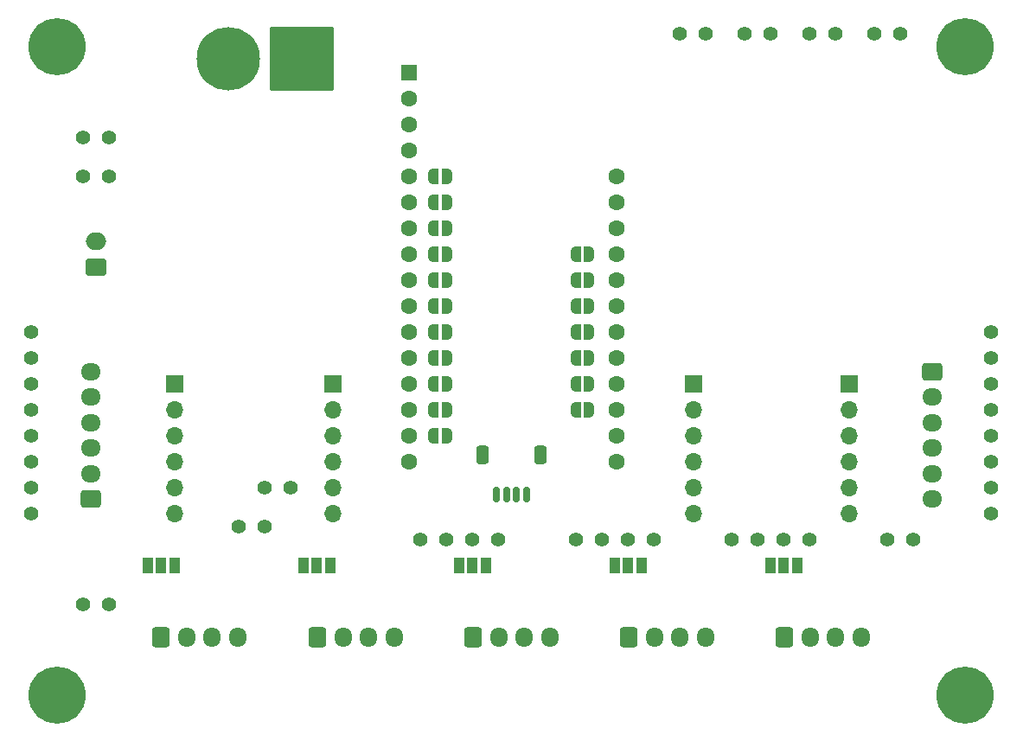
<source format=gbr>
%TF.GenerationSoftware,KiCad,Pcbnew,(6.0.6)*%
%TF.CreationDate,2024-02-28T23:36:51-08:00*%
%TF.ProjectId,Interface-PCBA,496e7465-7266-4616-9365-2d504342412e,rev?*%
%TF.SameCoordinates,PX43d3480PY49e1930*%
%TF.FileFunction,Soldermask,Bot*%
%TF.FilePolarity,Negative*%
%FSLAX46Y46*%
G04 Gerber Fmt 4.6, Leading zero omitted, Abs format (unit mm)*
G04 Created by KiCad (PCBNEW (6.0.6)) date 2024-02-28 23:36:51*
%MOMM*%
%LPD*%
G01*
G04 APERTURE LIST*
G04 Aperture macros list*
%AMRoundRect*
0 Rectangle with rounded corners*
0 $1 Rounding radius*
0 $2 $3 $4 $5 $6 $7 $8 $9 X,Y pos of 4 corners*
0 Add a 4 corners polygon primitive as box body*
4,1,4,$2,$3,$4,$5,$6,$7,$8,$9,$2,$3,0*
0 Add four circle primitives for the rounded corners*
1,1,$1+$1,$2,$3*
1,1,$1+$1,$4,$5*
1,1,$1+$1,$6,$7*
1,1,$1+$1,$8,$9*
0 Add four rect primitives between the rounded corners*
20,1,$1+$1,$2,$3,$4,$5,0*
20,1,$1+$1,$4,$5,$6,$7,0*
20,1,$1+$1,$6,$7,$8,$9,0*
20,1,$1+$1,$8,$9,$2,$3,0*%
%AMFreePoly0*
4,1,22,0.500000,-0.750000,0.000000,-0.750000,0.000000,-0.745033,-0.079941,-0.743568,-0.215256,-0.701293,-0.333266,-0.622738,-0.424486,-0.514219,-0.481581,-0.384460,-0.499164,-0.250000,-0.500000,-0.250000,-0.500000,0.250000,-0.499164,0.250000,-0.499963,0.256109,-0.478152,0.396186,-0.417904,0.524511,-0.324060,0.630769,-0.204165,0.706417,-0.067858,0.745374,0.000000,0.744959,0.000000,0.750000,
0.500000,0.750000,0.500000,-0.750000,0.500000,-0.750000,$1*%
%AMFreePoly1*
4,1,20,0.000000,0.744959,0.073905,0.744508,0.209726,0.703889,0.328688,0.626782,0.421226,0.519385,0.479903,0.390333,0.500000,0.250000,0.500000,-0.250000,0.499851,-0.262216,0.476331,-0.402017,0.414519,-0.529596,0.319384,-0.634700,0.198574,-0.708877,0.061801,-0.746166,0.000000,-0.745033,0.000000,-0.750000,-0.500000,-0.750000,-0.500000,0.750000,0.000000,0.750000,0.000000,0.744959,
0.000000,0.744959,$1*%
G04 Aperture macros list end*
%ADD10R,1.700000X1.700000*%
%ADD11O,1.700000X1.700000*%
%ADD12C,1.400000*%
%ADD13RoundRect,0.250000X-0.600000X-0.725000X0.600000X-0.725000X0.600000X0.725000X-0.600000X0.725000X0*%
%ADD14O,1.700000X1.950000*%
%ADD15C,5.600000*%
%ADD16C,6.204000*%
%ADD17RoundRect,0.102000X3.000000X3.000000X-3.000000X3.000000X-3.000000X-3.000000X3.000000X-3.000000X0*%
%ADD18R,1.600000X1.600000*%
%ADD19C,1.600000*%
%ADD20RoundRect,0.250000X0.750000X-0.600000X0.750000X0.600000X-0.750000X0.600000X-0.750000X-0.600000X0*%
%ADD21O,2.000000X1.700000*%
%ADD22FreePoly0,0.000000*%
%ADD23FreePoly1,0.000000*%
%ADD24RoundRect,0.250000X-0.725000X0.600000X-0.725000X-0.600000X0.725000X-0.600000X0.725000X0.600000X0*%
%ADD25O,1.950000X1.700000*%
%ADD26RoundRect,0.250000X0.725000X-0.600000X0.725000X0.600000X-0.725000X0.600000X-0.725000X-0.600000X0*%
%ADD27FreePoly0,180.000000*%
%ADD28FreePoly1,180.000000*%
%ADD29R,1.000000X1.500000*%
%ADD30RoundRect,0.150000X-0.150000X-0.625000X0.150000X-0.625000X0.150000X0.625000X-0.150000X0.625000X0*%
%ADD31RoundRect,0.250000X-0.350000X-0.650000X0.350000X-0.650000X0.350000X0.650000X-0.350000X0.650000X0*%
G04 APERTURE END LIST*
D10*
%TO.C,J12*%
X77495000Y-33045000D03*
D11*
X77495000Y-35585000D03*
X77495000Y-38125000D03*
X77495000Y-40665000D03*
X77495000Y-43205000D03*
X77495000Y-45745000D03*
%TD*%
D10*
%TO.C,J9*%
X11455000Y-33045000D03*
D11*
X11455000Y-35585000D03*
X11455000Y-38125000D03*
X11455000Y-40665000D03*
X11455000Y-43205000D03*
X11455000Y-45745000D03*
%TD*%
D12*
%TO.C,TP14*%
X17780000Y-46990000D03*
X20320000Y-46990000D03*
%TD*%
%TO.C,TP24*%
X67310000Y1270000D03*
X69850000Y1270000D03*
%TD*%
D10*
%TO.C,J8*%
X62255000Y-33020000D03*
D11*
X62255000Y-35560000D03*
X62255000Y-38100000D03*
X62255000Y-40640000D03*
X62255000Y-43180000D03*
X62255000Y-45720000D03*
%TD*%
D13*
%TO.C,J4*%
X25460000Y-57840000D03*
D14*
X27960000Y-57840000D03*
X30460000Y-57840000D03*
X32960000Y-57840000D03*
%TD*%
D15*
%TO.C,H4*%
X0Y-63500000D03*
%TD*%
D12*
%TO.C,TP26*%
X66040000Y-48260000D03*
X68580000Y-48260000D03*
%TD*%
%TO.C,TP13*%
X2540000Y-54610000D03*
X5080000Y-54610000D03*
%TD*%
%TO.C,TP25*%
X60960000Y1270000D03*
X63500000Y1270000D03*
%TD*%
D10*
%TO.C,J13*%
X26980000Y-33045000D03*
D11*
X26980000Y-35585000D03*
X26980000Y-38125000D03*
X26980000Y-40665000D03*
X26980000Y-43205000D03*
X26980000Y-45745000D03*
%TD*%
D12*
%TO.C,TP27*%
X71120000Y-48260000D03*
X73660000Y-48260000D03*
%TD*%
%TO.C,TP16*%
X80010000Y1270000D03*
X82550000Y1270000D03*
%TD*%
D13*
%TO.C,J1*%
X10160000Y-57840000D03*
D14*
X12660000Y-57840000D03*
X15160000Y-57840000D03*
X17660000Y-57840000D03*
%TD*%
D13*
%TO.C,J5*%
X40700000Y-57840000D03*
D14*
X43200000Y-57840000D03*
X45700000Y-57840000D03*
X48200000Y-57840000D03*
%TD*%
D12*
%TO.C,TP19*%
X40640000Y-48260000D03*
X43180000Y-48260000D03*
%TD*%
%TO.C,TP29*%
X91440000Y-33020000D03*
X91440000Y-35560000D03*
%TD*%
%TO.C,TP23*%
X5080000Y-12700000D03*
X2540000Y-12700000D03*
%TD*%
%TO.C,TP15*%
X73660000Y1270000D03*
X76200000Y1270000D03*
%TD*%
%TO.C,TP17*%
X20320000Y-43180000D03*
X22860000Y-43180000D03*
%TD*%
%TO.C,TP32*%
X81280000Y-48260000D03*
X83820000Y-48260000D03*
%TD*%
%TO.C,TP20*%
X50800000Y-48260000D03*
X53340000Y-48260000D03*
%TD*%
%TO.C,TP36*%
X-2540000Y-27940000D03*
X-2540000Y-30480000D03*
%TD*%
%TO.C,TP30*%
X91440000Y-38100000D03*
X91440000Y-40640000D03*
%TD*%
%TO.C,TP31*%
X91440000Y-43180000D03*
X91440000Y-45720000D03*
%TD*%
D13*
%TO.C,J6*%
X55940000Y-57840000D03*
D14*
X58440000Y-57840000D03*
X60940000Y-57840000D03*
X63440000Y-57840000D03*
%TD*%
D12*
%TO.C,TP18*%
X35560000Y-48260000D03*
X38100000Y-48260000D03*
%TD*%
D15*
%TO.C,H1*%
X0Y0D03*
%TD*%
D16*
%TO.C,J2*%
X16720000Y-1196000D03*
D17*
X23920000Y-1196000D03*
%TD*%
D18*
%TO.C,A1*%
X34397500Y-2540000D03*
D19*
X34397500Y-5080000D03*
X34397500Y-7620000D03*
X34397500Y-10160000D03*
X34397500Y-12700000D03*
X34397500Y-15240000D03*
X34397500Y-17780000D03*
X34397500Y-20320000D03*
X34397500Y-22860000D03*
X34397500Y-25400000D03*
X34397500Y-27940000D03*
X34397500Y-30480000D03*
X34397500Y-33020000D03*
X34397500Y-35560000D03*
X34397500Y-38100000D03*
X34397500Y-40640000D03*
X54717500Y-40640000D03*
X54717500Y-38100000D03*
X54717500Y-35560000D03*
X54717500Y-33020000D03*
X54717500Y-30480000D03*
X54717500Y-27940000D03*
X54717500Y-25400000D03*
X54717500Y-22860000D03*
X54717500Y-20320000D03*
X54717500Y-17780000D03*
X54717500Y-15240000D03*
X54717500Y-12700000D03*
%TD*%
D12*
%TO.C,TP34*%
X-2540000Y-38100000D03*
X-2540000Y-40640000D03*
%TD*%
%TO.C,TP22*%
X5080000Y-8890000D03*
X2540000Y-8890000D03*
%TD*%
D13*
%TO.C,J10*%
X71180000Y-57840000D03*
D14*
X73680000Y-57840000D03*
X76180000Y-57840000D03*
X78680000Y-57840000D03*
%TD*%
D12*
%TO.C,TP33*%
X-2540000Y-43180000D03*
X-2540000Y-45720000D03*
%TD*%
D15*
%TO.C,H3*%
X88900000Y-63500000D03*
%TD*%
D12*
%TO.C,TP21*%
X55880000Y-48260000D03*
X58420000Y-48260000D03*
%TD*%
%TO.C,TP28*%
X91440000Y-27940000D03*
X91440000Y-30480000D03*
%TD*%
%TO.C,TP35*%
X-2540000Y-33020000D03*
X-2540000Y-35560000D03*
%TD*%
D20*
%TO.C,J3*%
X3810000Y-21590000D03*
D21*
X3810000Y-19090000D03*
%TD*%
D15*
%TO.C,H2*%
X88900000Y0D03*
%TD*%
D22*
%TO.C,JP11*%
X50770000Y-25400000D03*
D23*
X52070000Y-25400000D03*
%TD*%
D22*
%TO.C,JP12*%
X50770000Y-22860000D03*
D23*
X52070000Y-22860000D03*
%TD*%
D24*
%TO.C,J7*%
X85615000Y-31850000D03*
D25*
X85615000Y-34350000D03*
X85615000Y-36850000D03*
X85615000Y-39350000D03*
X85615000Y-41850000D03*
X85615000Y-44350000D03*
%TD*%
D22*
%TO.C,JP13*%
X50770000Y-20320000D03*
D23*
X52070000Y-20320000D03*
%TD*%
D22*
%TO.C,JP19*%
X36830000Y-12700000D03*
D23*
X38130000Y-12700000D03*
%TD*%
D22*
%TO.C,JP24*%
X36830000Y-25400000D03*
D23*
X38130000Y-25400000D03*
%TD*%
D22*
%TO.C,JP8*%
X50770000Y-33020000D03*
D23*
X52070000Y-33020000D03*
%TD*%
D26*
%TO.C,J11*%
X3285000Y-44350000D03*
D25*
X3285000Y-41850000D03*
X3285000Y-39350000D03*
X3285000Y-36850000D03*
X3285000Y-34350000D03*
X3285000Y-31850000D03*
%TD*%
D27*
%TO.C,JP14*%
X38130000Y-27940000D03*
D28*
X36830000Y-27940000D03*
%TD*%
D27*
%TO.C,JP18*%
X38130000Y-38100000D03*
D28*
X36830000Y-38100000D03*
%TD*%
D22*
%TO.C,JP10*%
X50770000Y-27940000D03*
D23*
X52070000Y-27940000D03*
%TD*%
D27*
%TO.C,JP16*%
X38130000Y-33020000D03*
D28*
X36830000Y-33020000D03*
%TD*%
D27*
%TO.C,JP17*%
X38130000Y-35560000D03*
D28*
X36830000Y-35560000D03*
%TD*%
D22*
%TO.C,JP7*%
X50770000Y-35560000D03*
D23*
X52070000Y-35560000D03*
%TD*%
D22*
%TO.C,JP21*%
X36830000Y-17780000D03*
D23*
X38130000Y-17780000D03*
%TD*%
D29*
%TO.C,JP6*%
X69820000Y-50800000D03*
X71120000Y-50800000D03*
X72420000Y-50800000D03*
%TD*%
%TO.C,JP4*%
X41940000Y-50800000D03*
X40640000Y-50800000D03*
X39340000Y-50800000D03*
%TD*%
D22*
%TO.C,JP9*%
X50770000Y-30480000D03*
D23*
X52070000Y-30480000D03*
%TD*%
D29*
%TO.C,JP2*%
X11460000Y-50800000D03*
X10160000Y-50800000D03*
X8860000Y-50800000D03*
%TD*%
%TO.C,JP3*%
X26700000Y-50800000D03*
X25400000Y-50800000D03*
X24100000Y-50800000D03*
%TD*%
%TO.C,JP5*%
X57180000Y-50800000D03*
X55880000Y-50800000D03*
X54580000Y-50800000D03*
%TD*%
D22*
%TO.C,JP22*%
X36830000Y-20320000D03*
D23*
X38130000Y-20320000D03*
%TD*%
D30*
%TO.C,J14*%
X42950000Y-43910000D03*
X43950000Y-43910000D03*
X44950000Y-43910000D03*
X45950000Y-43910000D03*
D31*
X41650000Y-40035000D03*
X47250000Y-40035000D03*
%TD*%
D27*
%TO.C,JP15*%
X38130000Y-30480000D03*
D28*
X36830000Y-30480000D03*
%TD*%
D22*
%TO.C,JP23*%
X36830000Y-22860000D03*
D23*
X38130000Y-22860000D03*
%TD*%
D22*
%TO.C,JP20*%
X36830000Y-15240000D03*
D23*
X38130000Y-15240000D03*
%TD*%
M02*

</source>
